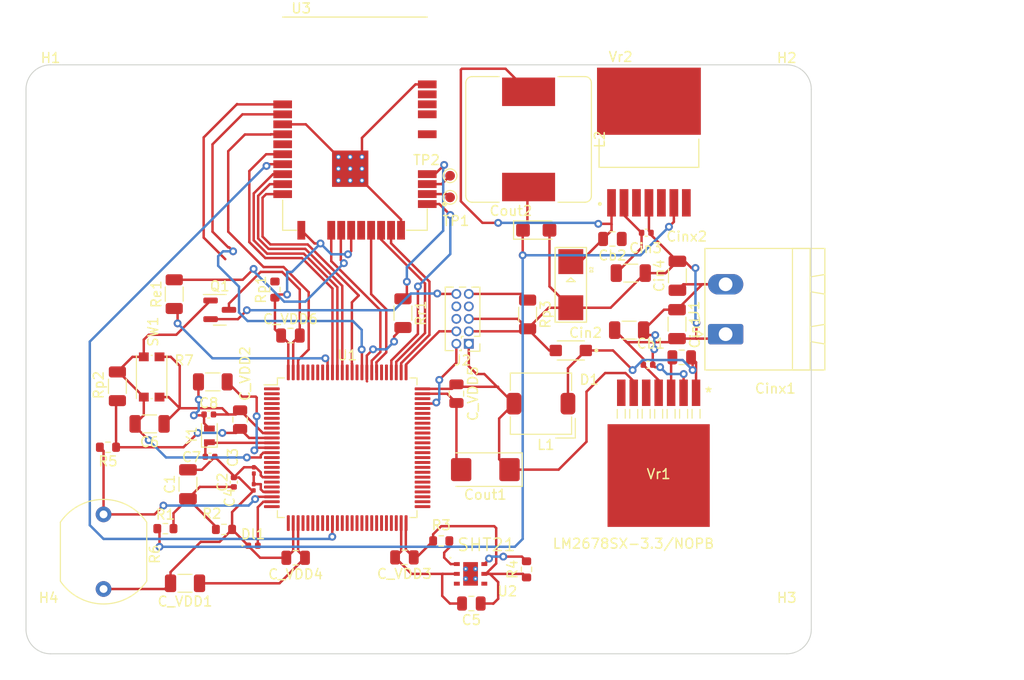
<source format=kicad_pcb>
(kicad_pcb (version 20211014) (generator pcbnew)
  (layers (0 "F.Cu" signal) (1 "In1.Cu" power "PWR") (2 "In2.Cu" power "GND") (31 "B.Cu" signal "In1.Cu") (34 "B.Paste" user) (35 "F.Paste" user) (36 "B.SilkS" user "B.Silkscreen") (37 "F.SilkS" user "F.Silkscreen") (38 "B.Mask" user) (39 "F.Mask" user) (44 "Edge.Cuts" user))
  (net 0 "")
  (net 1 "VREF+")
  (net 2 "GND")
  (net 3 "CVDDs")
  (net 4 "NRST")
  (net 5 "Net-(U1-Pad12)")
  (net 6 "Net-(C8-Pad1)")
  (net 7 "Net-(Cb1-Pad1)")
  (net 8 "Net-(Cb1-Pad2)")
  (net 9 "Net-(Cb2-Pad1)")
  (net 10 "Net-(Cb2-Pad2)")
  (net 11 "+12V")
  (net 12 "+5V")
  (net 13 "Net-(Dl1-Pad2)")
  (net 14 "SWDIO")
  (net 15 "SWDCLK")
  (net 19 "Net-(J2-Pad10)")
  (net 20 "SDA")
  (net 21 "SCL")
  (net 22 "PA0")
  (net 23 "Net-(U1-Pad13)")
  (net 24 "Chip_EN")
  (net 25 "Net-(Re1-Pad2)")
  (net 26 "Net-(Rp1-Pad2)")
  (net 27 "Net-(J2-Pad9)")
  (net 28 "Net-(Rr1-Pad1)")
  (net 29 "Reset_n")
  (net 30 "Net-(TP1-Pad1)")
  (net 31 "Net-(TP2-Pad1)")
  (net 53 "SPI_SSN")
  (net 89 "GPIO_3")
  (net 90 "GPIO_1")
  (net 91 "WAKE")
  (net 92 "UART_TxD")
  (net 93 "UART_RxD")
  (net 94 "IRQN")
  (net 95 "SPI_SCK")
  (net 96 "SPI_MISO")
  (net 97 "SPI_MOSI")
  (net 98 "GPIO_6")
  (net 100 "GPIO_5")
  (net 101 "GPIO_4")
  (net 117 "unconnected-(U1-Pad95)")
  (net 118 "unconnected-(U1-Pad96)")
  (net 121 "VDD")
  (footprint "Inductor_SMD:L_Bourns_SRR1260" (layer "F.Cu") (at 176.2 92.6 -90)
    (fp_text reference "L2")
    (fp_text value "560uH")
  )
  (footprint "Capacitor_SMD:C_0805_2012Metric" (layer "F.Cu") (at 168.85 118.5 -90)
    (fp_text reference "C_VDD5")
    (fp_text value "100nF")
  )
  (footprint "Capacitor_Tantalum_SMD:CP_EIA-6032-28_Kemet-C" (layer "F.Cu") (at 171.7925 126.24 180)
    (fp_text reference "Cout1")
    (fp_text value "100uF")
  )
  (footprint "Capacitor_SMD:C_0402_1005Metric" (layer "F.Cu") (at 188.19 102.11)
    (fp_text reference "Cinx2")
    (fp_text value "100nF")
  )
  (footprint "LED_SMD:LED_0402_1005Metric" (layer "F.Cu") (at 148.13 133.99)
    (fp_text reference "Dl1")
    (fp_text value "LED")
  )
  (footprint "MountingHole:MountingHole_2.2mm_M2" (layer "F.Cu") (at 127.5 87.5)
    (fp_text reference "H1")
    (fp_text value "MountingHole")
  )
  (footprint "Capacitor_SMD:C_1206_3216Metric" (layer "F.Cu") (at 186.61 106.22)
    (fp_text reference "Cin3")
    (fp_text value "4.7uF")
  )
  (footprint "Capacitor_Tantalum_SMD:CP_EIA-3216-18_Kemet-A" (layer "F.Cu") (at 176.98 101.83)
    (fp_text reference "Cout2")
    (fp_text value "6.8uF")
  )
  (footprint "MountingHole:MountingHole_2.2mm_M2" (layer "F.Cu") (at 202.5 87.5)
    (fp_text reference "H2")
    (fp_text value "MountingHole")
  )
  (footprint "Capacitor_SMD:C_1206_3216Metric" (layer "F.Cu") (at 137.59 121.58 180)
    (fp_text reference "C6")
    (fp_text value "0.1uF")
  )
  (footprint "Capacitor_SMD:C_0805_2012Metric" (layer "F.Cu") (at 170.37 139.88 180)
    (fp_text reference "C5")
    (fp_text value "100nF")
  )
  (footprint "Capacitor_SMD:C_0805_2012Metric" (layer "F.Cu") (at 151.94 112.58)
    (fp_text reference "C_VDD6")
    (fp_text value "100nF")
  )
  (footprint "Capacitor_SMD:C_0402_1005Metric" (layer "F.Cu") (at 188.37 115.56 180)
    (fp_text reference "Cinx1")
    (fp_text value "100nF")
  )
  (footprint "Package_TO_SOT_SMD:SOT-23" (layer "F.Cu") (at 144.74 109.96)
    (fp_text reference "Q1")
    (fp_text value "Q_NMOS_DGS")
  )
  (footprint "Package_QFP:LQFP-100_14x14mm_P0.5mm" (layer "F.Cu") (at 157.72 124.01)
    (fp_text reference "U1")
    (fp_text value "STM32L496VETx")
  )
  (footprint "ATWINC1500-MR210UB:MICROCHIP_ATWINC1500-MR210UB" (layer "F.Cu") (at 158.51155 99.185)
    (fp_text reference "U3")
    (fp_text value "ATWINC1500-MR210UB")
  )
  (footprint "Resistor_SMD:R_1206_3216Metric" (layer "F.Cu") (at 134.31 117.75 90)
    (fp_text reference "Rp2")
    (fp_text value "100K")
  )
  (footprint "Capacitor_SMD:C_0402_1005Metric" (layer "F.Cu") (at 143.62 120.62)
    (fp_text reference "C8")
    (fp_text value "2pF")
  )
  (footprint "Resistor_SMD:R_1206_3216Metric" (layer "F.Cu") (at 140.1 108.3625 90)
    (fp_text reference "Re1")
    (fp_text value "100k")
  )
  (footprint "Resistor_SMD:R_0603_1608Metric" (layer "F.Cu") (at 133.35 123.96 180)
    (fp_text reference "R5")
    (fp_text value "4.7k")
  )
  (footprint "Capacitor_SMD:C_0201_0603Metric" (layer "F.Cu") (at 148.2 128.04 90)
    (fp_text reference "C4")
    (fp_text value "10nF")
  )
  (footprint "MountingHole:MountingHole_2.2mm_M2" (layer "F.Cu") (at 127.62 142.5)
    (fp_text reference "H4")
    (fp_text value "MountingHole")
  )
  (footprint "Resistor_SMD:R_0603_1608Metric" (layer "F.Cu") (at 145.17 132.33)
    (fp_text reference "R2")
    (fp_text value "2.8k")
  )
  (footprint "Resistor_SMD:R_1206_3216Metric" (layer "F.Cu") (at 144.03 117.3 180)
    (fp_text reference "R7")
    (fp_text value "10k")
  )
  (footprint "Capacitor_SMD:C_0201_0603Metric" (layer "F.Cu") (at 148.21 126.32 -90)
    (fp_text reference "C3")
    (fp_text value "10nF")
  )
  (footprint "Capacitor_SMD:C_0805_2012Metric" (layer "F.Cu") (at 152.47 135.22 180)
    (fp_text reference "C_VDD4")
    (fp_text value "100nF")
  )
  (footprint "OptoDevice:R_LDR_10x8.5mm_P7.6mm_Vertical" (layer "F.Cu") (at 132.9 130.8 -90)
    (fp_text reference "R6")
    (fp_text value "LDR03")
  )
  (footprint "CMS06:SMADIODE" (layer "F.Cu") (at 180.5 107.4 -90)
    (fp_text reference "D2")
    (fp_text value "CMS06")
  )
  (footprint "Connector_PinHeader_1.27mm:PinHeader_2x05_P1.27mm_Vertical" (layer "F.Cu") (at 170.11 113.42 180)
    (fp_text reference "J2")
    (fp_text value "Conn_ARM_JTAG_SWD_10")
  )
  (footprint "TestPoint:TestPoint_Pad_D1.0mm" (layer "F.Cu") (at 168.2 98.5)
    (fp_text reference "TP1")
    (fp_text value "TestPoint")
  )
  (footprint "Capacitor_SMD:C_1206_3216Metric" (layer "F.Cu") (at 191.32 111.42 -90)
    (fp_text reference "Cin1")
    (fp_text value "10uF")
  )
  (footprint "Resistor_SMD:R_0603_1608Metric" (layer "F.Cu") (at 150.36 107.9 90)
    (fp_text reference "Rp1")
    (fp_text value "1M")
  )
  (footprint "footprints:LM2678SX-3.3&slash_NOPB" (layer "F.Cu") (at 189.45 126.69 180)
    (fp_text reference "Vr1")
    (fp_text value "LM2678SX-3.3/NOPB")
  )
  (footprint "Connector_Phoenix_MSTB:PhoenixContact_MSTBA_2,5_2-G-5,08_1x02_P5.08mm_Horizontal" (layer "F.Cu") (at 196.2725 112.44 90)
    (fp_text reference "J1")
    (fp_text value "Screw_Terminal_01x02")
  )
  (footprint "Capacitor_SMD:C_0402_1005Metric" (layer "F.Cu") (at 143.75 124.93)
    (fp_text reference "C7")
    (fp_text value "2pF")
  )
  (footprint "LM2678SX-5:TO127P1435X464-8N" (layer "F.Cu") (at 188.46 92.87)
    (fp_text reference "Vr2")
    (fp_text value "LM2678SX-5.0/NOPB")
  )
  (footprint "Capacitor_SMD:C_1206_3216Metric" (layer "F.Cu") (at 141.5 127.73 90)
    (fp_text reference "C1")
    (fp_text value "1uF")
  )
  (footprint "MountingHole:MountingHole_2.2mm_M2" (layer "F.Cu") (at 202.5 142.5)
    (fp_text reference "H3")
    (fp_text value "MountingHole")
  )
  (footprint "Capacitor_SMD:C_0805_2012Metric" (layer "F.Cu") (at 146.81 121.14 90)
    (fp_text reference "C_VDD2")
    (fp_text value "100nF")
  )
  (footprint "Resistor_SMD:R_1206_3216Metric" (layer "F.Cu") (at 176.1 110.43 -90)
    (fp_text reference "Rp3")
    (fp_text value "100K")
  )
  (footprint "Resistor_SMD:R_0603_1608Metric" (layer "F.Cu") (at 167.3 133.5)
    (fp_text reference "R3")
    (fp_text value "4.7k")
  )
  (footprint "Capacitor_SMD:C_0402_1005Metric" (layer "F.Cu") (at 146.17 127.52 90)
    (fp_text reference "C2")
    (fp_text value "100nF")
  )
  (footprint "SS14FL:SODFL3617X108N" (layer "F.Cu") (at 180.5 114.1 180)
    (fp_text reference "D1")
    (fp_text value "SS14FL")
  )
  (footprint "Capacitor_SMD:C_0805_2012Metric" (layer "F.Cu") (at 184.74 102.74 180)
    (fp_text reference "Cb2")
    (fp_text value "10nF")
  )
  (footprint "Button_Switch_SMD:SW_Push_1P1T_NO_CK_KMR2" (layer "F.Cu") (at 137.8 116.8 90)
    (fp_text reference "SW1")
    (fp_text value "SW_Push")
  )
  (footprint "Crystal:Crystal_SMD_TXC_9HT11-2Pin_2.0x1.2mm" (layer "F.Cu") (at 143.68 122.75 90)
    (fp_text reference "Y1")
    (fp_text value "8MHz")
  )
  (footprint "Capacitor_SMD:C_1206_3216Metric" (layer "F.Cu") (at 141.2 137.82 180)
    (fp_text reference "C_VDD1")
    (fp_text value "4.7uF")
  )
  (footprint "TestPoint:TestPoint_Pad_D1.0mm" (layer "F.Cu") (at 168.2 96.3)
    (fp_text reference "TP2")
    (fp_text value "TestPoint")
  )
  (footprint "Capacitor_SMD:C_0805_2012Metric" (layer "F.Cu") (at 163.55 135.18 180)
    (fp_text reference "C_VDD3")
    (fp_text value "100nF")
  )
  (footprint "Inductor_SMD:L_TDK_SLF6028" (layer "F.Cu") (at 177.46 119.52 180)
    (fp_text reference "L1")
    (fp_text value "82uH")
  )
  (footprint "Resistor_SMD:R_0603_1608Metric" (layer "F.Cu") (at 175.99 136.4 90)
    (fp_text reference "R4")
    (fp_text value "4.7k")
  )
  (footprint "Resistor_SMD:R_0603_1608Metric" (layer "F.Cu") (at 139.2 132.25)
    (fp_text reference "R1")
    (fp_text value "1.4K")
  )
  (footprint "Resistor_SMD:R_1206_3216Metric" (layer "F.Cu") (at 163.4 110.3 -90)
    (fp_text reference "Rr1")
    (fp_text value "100k")
  )
  (footprint "Capacitor_SMD:C_0805_2012Metric" (layer "F.Cu") (at 191.8 114.8)
    (fp_text reference "Cb1")
    (fp_text value "10nF")
  )
  (footprint "Capacitor_SMD:C_1206_3216Metric" (layer "F.Cu") (at 186.44 112.03 180)
    (fp_text reference "Cin2")
    (fp_text value "10uF")
  )
  (footprint "Capacitor_SMD:C_1206_3216Metric" (layer "F.Cu") (at 191.36 106.49 90)
    (fp_text reference "Cin4")
    (fp_text value "4.7uF")
  )
  (footprint "eec:Sensirion-SHT21-Manufacturer_Recommended" (layer "F.Cu") (at 170.289999 136.86)
    (fp_text reference "U2")
    (fp_text value "SHT21")
  )
  (gr_line (start 202.5 145) (end 127.5 145) (layer "Edge.Cuts") (width 0.1))
  (gr_arc (start 202.5 85) (mid 204.267767 85.732233) (end 205 87.5) (layer "Edge.Cuts") (width 0.1))
  (gr_line (start 125 142.5) (end 125 87.5) (layer "Edge.Cuts") (width 0.1))
  (gr_arc (start 205 142.5) (mid 204.267767 144.267767) (end 202.5 145) (layer "Edge.Cuts") (width 0.1))
  (gr_arc (start 125 87.5) (mid 125.732233 85.732233) (end 127.5 85) (layer "Edge.Cuts") (width 0.1))
  (gr_line (start 205 87.5) (end 205 142.5) (layer "Edge.Cuts") (width 0.1))
  (gr_arc (start 127.5 145) (mid 125.732233 144.267767) (end 125 142.5) (layer "Edge.Cuts") (width 0.1))
  (gr_line (start 127.5 85) (end 202.5 85) (layer "Edge.Cuts") (width 0.1))
  (segment (start 140.025 130.68) (end 141.5 129.205) (width 0.25) (layer "F.Cu") (net 1))
  (segment (start 144.345 132.05) (end 141.5 129.205) (width 0.25) (layer "F.Cu") (net 1))
  (segment (start 141.5 129.205) (end 142.705 128) (width 0.25) (layer "F.Cu") (net 1))
  (segment (start 142.705 128) (end 146.17 128) (width 0.25) (layer "F.Cu") (net 1))
  (segment (start 140.025 132.25) (end 140.025 130.68) (width 0.25) (layer "F.Cu") (net 1))
  (segment (start 144.345 132.33) (end 144.345 132.05) (width 0.25) (layer "F.Cu") (net 1))
  (segment (start 193.3 111.3) (end 193.295 111.305) (width 0.25) (layer "F.Cu") (net 2))
  (segment (start 153.50455 91.063) (end 156.82655 94.385) (width 0.25) (layer "F.Cu") (net 2))
  (segment (start 158.02655 94.385) (end 159.22655 94.385) (width 0.25) (layer "F.Cu") (net 2))
  (segment (start 170.11 112.15) (end 175.8425 112.15) (width 0.25) (layer "F.Cu") (net 2))
  (segment (start 167.4 136.919998) (end 167.459999 136.859999) (width 0.25) (layer "F.Cu") (net 2))
  (segment (start 192.115 105.015) (end 192.3 105.2) (width 0.25) (layer "F.Cu") (net 2))
  (segment (start 145.995 132.33) (end 145.995 130.565) (width 0.25) (layer "F.Cu") (net 2))
  (segment (start 132.9 138.4) (end 139.145 138.4) (width 0.25) (layer "F.Cu") (net 2))
  (segment (start 176.1 111.8925) (end 178.243 109.7495) (width 0.25) (layer "F.Cu") (net 2))
  (segment (start 158.02655 95.585) (end 156.82655 94.385) (width 0.25) (layer "F.Cu") (net 2))
  (segment (start 187.89 114.955) (end 186.1175 113.1825) (width 0.25) (layer "F.Cu") (net 2))
  (segment (start 178.243 109.7495) (end 180.5 109.7495) (width 0.25) (layer "F.Cu") (net 2))
  (segment (start 188.46 101.9) (end 188.46 99.06) (width 0.25) (layer "F.Cu") (net 2))
  (segment (start 189.45 117.127609) (end 189.45 118.4096) (width 0.25) (layer "F.Cu") (net 2))
  (segment (start 147.21 126) (end 148.21 126) (width 0.25) (layer "F.Cu") (net 2))
  (segment (start 144.23 124.93) (end 144.23 124.937609) (width 0.25) (layer "F.Cu") (net 2))
  (segment (start 146.688959 127.04) (end 146.17 127.04) (width 0.25) (layer "F.Cu") (net 2))
  (segment (start 188.67 102.11) (end 188.67 102.325) (width 0.25) (layer "F.Cu") (net 2))
  (segment (start 190.155 106.22) (end 191.36 105.015) (width 0.25) (layer "F.Cu") (net 2))
  (segment (start 159.22655 94.385) (end 158.02655 95.585) (width 0.25) (layer "F.Cu") (net 2))
  (segment (start 152.89 112.58) (end 152.89 107.89) (width 0.25) (layer "F.Cu") (net 2))
  (segment (start 169.33 126.24) (end 168.85 125.76) (width 0.25) (layer "F.Cu") (net 2))
  (segment (start 146.17 127.04) (end 147.21 126) (width 0.25) (layer "F.Cu") (net 2))
  (segment (start 192.3 105.2) (end 192.8 105.7) (width 0.25) (layer "F.Cu") (net 2))
  (segment (start 167.4 139.1) (end 167.4 136.919998) (width 0.25) (layer "F.Cu") (net 2))
  (segment (start 159.22655 92.443) (end 159.22655 94.385) (width 0.25) (layer "F.Cu") (net 2))
  (segment (start 139.145 138.4) (end 139.725 137.82) (width 0.25) (layer "F.Cu") (net 2))
  (segment (start 191.36 105.015) (end 192.115 105.015) (width 0.25) (layer "F.Cu") (net 2))
  (segment (start 152.89 107.89) (end 151.1 106.1) (width 0.25) (layer "F.Cu") (net 2))
  (segment (start 145.995 130.565) (end 148.2 128.36) (width 0.25) (layer "F.Cu") (net 2))
  (segment (start 165.87655 86.993) (end 164.67655 86.993) (width 0.25) (layer "F.Cu") (net 2))
  (segment (start 175.8425 112.15) (end 176.1 111.8925) (width 0.25) (layer "F.Cu") (net 2))
  (segment (start 156.82655 95.585) (end 156.82655 94.385) (width 0.25) (layer "F.Cu") (net 2))
  (segment (start 148.856784 135.22) (end 151.52 135.22) (width 0.25) (layer "F.Cu") (net 2))
  (segment (start 164.279999 136.859999) (end 162.6 135.18) (width 0.25) (layer "F.Cu") (net 2))
  (segment (start 146.38 120.62) (end 146.81 120.19) (width 0.25) (layer "F.Cu") (net 2))
  (segment (start 178.33 101.83) (end 178.33 107.5795) (width 0.25) (layer "F.Cu") (net 2))
  (segment (start 163.22 134.56) (end 163.22 131.685) (width 0.25) (layer "F.Cu") (net 2))
  (segment (start 163.20655 100.765) (end 163.20655 101.855) (width 0.25) (layer "F.Cu") (net 2))
  (segment (start 144.985 119.985) (end 145.62 120.62) (width 0.25) (layer "F.Cu") (net 2))
  (segment (start 151.52 135.22) (end 152.22 134.52) (width 0.25) (layer "F.Cu") (net 2))
  (segment (start 148.401041 126) (end 148.92 126.518959) (width 0.25) (layer "F.Cu") (net 2))
  (segment (start 168.18 139.88) (end 167.4 139.1) (width 0.25) (layer "F.Cu") (net 2))
  (segment (start 152.89 112.58) (end 152.22 113.25) (width 0.25) (layer "F.Cu") (net 2))
  (segment (start 187.89 115.567609) (end 189.45 117.127609) (width 0.25) (layer "F.Cu") (net 2))
  (segment (start 151.1 106.1) (end 148.9 106.1) (width 0.25) (layer "F.Cu") (net 2))
  (segment (start 167.91 118.51) (end 165.395 118.51) (width 0.25) (layer "F.Cu") (net 2))
  (segment (start 148.92 126.518959) (end 148.92 126.82) (width 0.25) (layer "F.Cu") (net 2))
  (segment (start 175.0875 110.88) (end 176.1 111.8925) (width 0.25) (layer "F.Cu") (net 2))
  (segment (start 168.85 125.76) (end 168.85 119.45) (width 0.25) (layer "F.Cu") (net 2))
  (segment (start 138.6 118.85) (end 139.525 118.85) (width 0.25) (layer "F.Cu") (net 2))
  (segment (start 159.22655 95.585) (end 159.22655 96.785) (width 0.25) (layer "F.Cu") (net 2))
  (segment (start 139.75 114.75) (end 140.66 115.66) (width 0.25) (layer "F.Cu") (net 2))
  (segment (start 158.02655 95.585) (end 156.82655 95.585) (width 0.25) (layer "F.Cu") (net 2))
  (segment (start 146.17 126.87) (end 146.17 127.04) (width 0.25) (layer "F.Cu") (net 2))
  (segment (start 187.89 115.56) (end 187.89 114.955) (width 0.25) (layer "F.Cu") (net 2))
  (segment (start 164.67655 86.993) (end 159.22655 92.443) (width 0.25) (layer "F.Cu") (net 2))
  (segment (start 178.97 114.1) (end 178.3075 114.1) (width 0.25) (layer "F.Cu") (net 2))
  (segment (start 145.6775 109.3225) (end 145.6775 109.96) (width 0.25) (layer "F.Cu") (net 2))
  (segment (start 144.1 120.62) (end 146.38 120.62) (width 0.25) (layer "F.Cu") (net 2))
  (segment (start 149.11 127.01) (end 150.045 127.01) (width 0.25) (layer "F.Cu") (net 2))
  (segment (start 148.008959 128.36) (end 146.688959 127.04) (width 0.25) (layer "F.Cu") (net 2))
  (segment (start 190.96 113.255) (end 191.32 112.895) (width 0.25) (layer "F.Cu") (net 2))
  (segment (start 178.33 107.5795) (end 180.5 109.7495) (width 0.25) (layer "F.Cu") (net 2))
  (segment (start 167.459999 136.859999) (end 164.279999 136.859999) (width 0.25) (layer "F.Cu") (net 2))
  (segment (start 188.67 102.11) (end 188.46 101.9) (width 0.25) (layer "F.Cu") (net 2))
  (segment (start 138.6 114.75) (end 139.75 114.75) (width 0.25) (layer "F.Cu") (net 2))
  (segment (start 159.22655 94.385) (end 159.22655 95.585) (width 0.25) (layer "F.Cu") (net 2))
  (segment (start 170.11 110.88) (end 175.0875 110.88) (width 0.25) (layer "F.Cu") (net 2))
  (segment (start 147.645 133.99) (end 147.645 133.98) (width 0.25) (layer "F.Cu") (net 2))
  (segment (start 139.065 121.58) (end 140.66 119.985) (width 0.25) (layer "F.Cu") (net 2))
  (segment (start 146.81 120.19) (end 149.13 122.51) (width 0.25) (layer "F.Cu") (net 2))
  (segment (start 195.8175 112.895) (end 196.2725 112.44) (width 0.25) (layer "F.Cu") (net 2))
  (segment (start 147.645 134.008216) (end 148.856784 135.22) (width 0.25) (layer "F.Cu") (net 2))
  (segment (start 168.85 119.45) (end 167.91 118.51) (width 0.25) (layer "F.Cu") (net 2))
  (segment (start 159.22655 96.785) (end 163.20655 100.765) (width 0.25) (layer "F.Cu") (net 2))
  (segment (start 139.725 136.675) (end 142.8 133.6) (width 0.25) (layer "F.Cu") (net 2))
  (segment (start 148.21 126) (end 148.401041 126) (width 0.25) (layer "F.Cu") (net 2))
  (segment (start 149.13 122.51) (end 150.045 122.51) (width 0.25) (layer "F.Cu") (net 2))
  (segment (start 142.912609 126.255) (end 141.5 126.255) (width 0.25) (layer "F.Cu") (net 2))
  (segment (start 144.23 124.93) (end 144.3045 124.93) (width 0.25) (layer "F.Cu") (net 2))
  (segment (start 144.725 133.6) (end 145.995 132.33) (width 0.25) (layer "F.Cu") (net 2))
  (segment (start 158.02655 96.785) (end 156.82655 96.785) (width 0.25) (layer "F.Cu") (net 2))
  (segment (start 152.22 134.52) (end 152.22 131.685) (width 0.25) (layer "F.Cu") (net 2))
  (segment (start 148.92 126.82) (end 149.11 127.01) (width 0.25) (layer "F.Cu") (net 2))
  (segment (start 142.8 133.6) (end 144.725 133.6) (width 0.25) (layer "F.Cu") (net 2))
  (segment (start 184.5555 109.7495) (end 188.085 106.22) (width 0.25) (layer "F.Cu") (net 2))
  (segment (start 139.525 118.85) (end 140.66 119.985) (width 0.25) (layer "F.Cu") (net 2))
  (segment (start 158.02655 96.785) (end 159.22655 96.785) (width 0.25) (layer "F.Cu") (net 2))
  (segment (start 168.889999 136.859999) (end 167.459999 136.859999) (width 0.25) (layer "F.Cu") (net 2))
  (segment (start 178.3075 114.1) (end 176.1 111.8925) (width 0.25) (layer "F.Cu") (net 2))
  (segment (start 140.66 119.985) (end 144.985 119.985) (width 0.25) (layer "F.Cu") (net 2))
  (segment (start 184.965 112.03) (end 186.1175 113.1825) (width 0.25) (layer "F.Cu") (net 2))
  (segment (start 193.295 112.895) (end 195.8175 112.895) (width 0.25) (layer "F.Cu") (net 2))
  (segment (start 186.1175 113.1825) (end 186.19 113.255) (width 0.25) (layer "F.Cu") (net 2))
  (segment (start 187.89 115.56) (end 187.89 115.567609) (width 0.25) (layer "F.Cu") (net 2))
  (segment (start 148.2 128.36) (end 148.008959 128.36) (width 0.25) (layer "F.Cu") (net 2))
  (segment (start 156.82655 94.385) (end 158.02655 94.385) (width 0.25) (layer "F.Cu") (net 2))
  (segment (start 188.67 102.325) (end 191.36 105.015) (width 0.25) (layer "F.Cu") (net 2))
  (segment (start 192.8 105.7) (end 193.2 105.7) (width 0.25) (layer "F.Cu") (net 2))
  (segment (start 191.32 112.895) (end 193.295 112.895) (width 0.25) (layer "F.Cu") (net 2))
  (segment (start 148.9 106.1) (end 145.6775 109.3225) (width 0.25) (layer "F.Cu") (net 2))
  (segment (start 158.02655 96.785) (end 158.02655 95.585) (width 0.25) (layer "F.Cu") (net 2))
  (segment (start 144.23 124.93) (end 146.17 126.87) (width 0.25) (layer "F.Cu") (net 2))
  (segment (start 147.645 133.99) (end 147.645 134.008216) (width 0.25) (layer "F.Cu") (net 2))
  (segment (start 152.22 113.25) (end 152.22 116.335) (width 0.25) (layer "F.Cu") (net 2))
  (segment (start 139.725 137.82) (end 139.725 136.675) (width 0.25) (layer "F.Cu") (net 2))
  (segment (start 147.645 133.98) (end 145.995 132.33) (width 0.25) (layer "F.Cu") (net 2))
  (segment (start 140.66 115.66) (end 140.66 119.985) (width 0.25) (layer "F.Cu") (net 2))
  (segment (start 193.295 111.305) (end 193.295 112.895) (width 0.25) (layer "F.Cu") (net 2))
  (segment (start 144.23 124.937609) (end 142.912609 126.255) (width 0.25) (layer "F.Cu") (net 2))
  (segment (start 188.085 106.22) (end 190.155 106.22) (width 0.25) (layer "F.Cu") (net 2))
  (segment (start 180.5 109.7495) (end 184.5555 109.7495) (width 0.25) (layer "F.Cu") (net 2))
  (segment (start 169.42 139.88) (end 168.18 139.88) (width 0.25) (layer "F.Cu") (net 2))
  (segment (start 162.6 135.18) (end 163.22 134.56) (width 0.25) (layer "F.Cu") (net 2))
  (segment (start 186.19 113.255) (end 190.96 113.255) (width 0.25) (layer "F.Cu") (net 2))
  (segment (start 151.14655 91.063) (end 153.50455 91.063) (width 0.25) (layer "F.Cu") (net 2))
  (via (at 193.2 105.7) (size 0.8) (drill 0.4) (layers "F.Cu" "B.Cu") (net 2))
  (via (at 193.3 111.3) (size 0.8) (drill 0.4) (layers "F.Cu" "B.Cu") (net 2))
  (segment (start 193.2 105.7) (end 193.2 111.2) (width 0.25) (layer "B.Cu") (net 2))
  (segment (start 193.2 111.2) (end 193.3 111.3) (width 0.25) (layer "B.Cu") (net 2))
  (segment (start 148.2 127.72) (end 148.92 127.72) (width 0.25) (layer "F.Cu") (net 3))
  (segment (start 148.92 128.250685) (end 149.179315 128.51) (width 0.25) (layer "F.Cu") (net 3))
  (segment (start 149.179315 128.51) (end 150.045 128.51) (width 0.25) (layer "F.Cu") (net 3))
  (segment (start 148.2 126.65) (end 148.21 126.64) (width 0.25) (layer "F.Cu") (net 3))
  (segment (start 148.92 127.72) (end 148.92 128.250685) (width 0.25) (layer "F.Cu") (net 3))
  (segment (start 148.2 127.72) (end 148.2 126.65) (width 0.25) (layer "F.Cu") (net 3))
  (segment (start 147.5 125) (end 148.92 125) (width 0.25) (layer "F.Cu") (net 4))
  (segment (start 137 113) (end 137 114.75) (width 0.25) (layer "F.Cu") (net 4))
  (segment (start 137 114.75) (end 135.8475 114.75) (width 0.25) (layer "F.Cu") (net 4))
  (segment (start 135.8475 114.75) (end 134.31 116.2875) (width 0.25) (layer "F.Cu") (net 4))
  (segment (start 149.179315 124.51) (end 150.045 124.51) (width 0.25) (layer "F.Cu") (net 4))
  (segment (start 137 120.695) (end 136.115 121.58) (width 0.25) (layer "F.Cu") (net 4))
  (segment (start 137 118.85) (end 137 120.695) (width 0.25) (layer "F.Cu") (net 4))
  (segment (start 148.92 124.769315) (end 149.179315 124.51) (width 0.25) (layer "F.Cu") (net 4))
  (segment (start 140.3125 112.5) (end 137.5 112.5) (width 0.25) (layer "F.Cu") (net 4))
  (segment (start 137.5 112.5) (end 137 113) (width 0.25) (layer "F.Cu") (net 4))
  (segment (start 143.8025 109.01) (end 140.3125 112.5) (width 0.25) (layer "F.Cu") (net 4))
  (segment (start 136.115 121.58) (end 136.115 121.8505) (width 0.25) (layer "F.Cu") (net 4))
  (segment (start 137 118.85) (end 134.4375 116.2875) (width 0.25) (layer "F.Cu") (net 4))
  (segment (start 134.4375 116.2875) (end 134.31 116.2875) (width 0.25) (layer "F.Cu") (net 4))
  (segment (start 136.115 121.8505) (end 137.5 123.2355) (width 0.25) (layer "F.Cu") (net 4))
  (segment (start 148.92 125) (end 148.92 124.769315) (width 0.25) (layer "F.Cu") (net 4))
  (via (at 137.5 123.2355) (size 0.8) (drill 0.4) (layers "F.Cu" "B.Cu") (net 4))
  (via (at 147.5 125) (size 0.8) (drill 0.4) (layers "F.Cu" "B.Cu") (net 4))
  (segment (start 137.5 123.2355) (end 139.2645 125) (width 0.25) (layer "B.Cu") (net 4))
  (segment (start 139.2645 125) (end 147.5 125) (width 0.25) (layer "B.Cu") (net 4))
  (segment (start 150.045 123.51) (end 143.74 123.51) (width 0.25) (layer "F.Cu") (net 5))
  (segment (start 143.74 123.51) (end 143.68 123.45) (width 0.25) (layer "F.Cu") (net 5))
  (segment (start 143.27 123.86) (end 143.68 123.45) (width 0.25) (layer "F.Cu") (net 5))
  (segment (start 143.27 124.93) (end 143.27 123.86) (width 0.25) (layer "F.Cu") (net 5))
  (segment (start 143.68 122.05) (end 143.14 121.51) (width 0.25) (layer "F.Cu") (net 6))
  (segment (start 142.5675 119.0675) (end 142.6 119.1) (width 0.25) (layer "F.Cu") (net 6))
  (segment (start 142.1 120.7095) (end 143.0505 120.7095) (width 0.25) (layer "F.Cu") (net 6))
  (segment (start 143.14 121.51) (end 143.14 120.62) (width 0.25) (layer "F.Cu") (net 6))
  (segment (start 143.0505 120.7095) (end 143.14 120.62) (width 0.25) (layer "F.Cu") (net 6))
  (segment (start 142.5675 117.3) (end 142.5675 119.0675) (width 0.25) (layer "F.Cu") (net 6))
  (via (at 142.6 119.1) (size 0.8) (drill 0.4) (layers "F.Cu" "B.Cu") (net 6))
  (via (at 142.1 120.7095) (size 0.8) (drill 0.4) (layers "F.Cu" "B.Cu") (net 6))
  (segment (start 142.6 120.2095) (end 142.1 120.7095) (width 0.25) (layer "B.Cu") (net 6))
  (segment (start 142.6 119.1) (end 142.6 120.2095) (width 0.25) (layer "B.Cu") (net 6))
  (segment (start 190.72 118.4096) (end 190.72 114.93) (width 0.25) (layer "F.Cu") (net 7))
  (segment (start 190.72 114.93) (end 190.85 114.8) (width 0.25) (layer "F.Cu") (net 7))
  (segment (start 184.8 114.1) (end 186.8 116.1) (width 0.25) (layer "F.Cu") (net 8))
  (segment (start 192.915292 116.098447) (end 192.915292 114.965292) (width 0.25) (layer "F.Cu") (net 8))
  (segment (start 193.26 118.4096) (end 193.26 115.31) (width 0.25) (layer "F.Cu") (net 8))
  (segment (start 182.03 114.1) (end 184.8 114.1) (width 0.25) (layer "F.Cu") (net 8))
  (segment (start 182.03 114.1) (end 182.06 114.07) (width 0.25) (layer "F.Cu") (net 8))
  (segment (start 193.26 115.31) (end 192.75 114.8) (width 0.25) (layer "F.Cu") (net 8))
  (segment (start 180.21 115.92) (end 182.03 114.1) (width 0.25) (layer "F.Cu") (net 8))
  (segment (start 192.915292 114.965292) (end 192.75 114.8) (width 0.25) (layer "F.Cu") (net 8))
  (segment (start 180.21 119.52) (end 180.21 115.92) (width 0.25) (layer "F.Cu") (net 8))
  (via (at 192.915292 116.098447) (size 0.8) (drill 0.4) (layers "F.Cu" "B.Cu") (net 8))
  (via (at 186.8 116.1) (size 0.8) (drill 0.4) (layers "F.Cu" "B.Cu") (net 8))
  (segment (start 186.8 116.1) (end 187.825 115.075) (width 0.25) (layer "B.Cu") (net 8))
  (segment (start 191.891845 115.075) (end 192.915292 116.098447) (width 0.25) (layer "B.Cu") (net 8))
  (segment (start 187.825 115.075) (end 191.891845 115.075) (width 0.25) (layer "B.Cu") (net 8))
  (segment (start 181.4795 105.0505) (end 183.79 102.74) (width 0.25) (layer "F.Cu") (net 10))
  (segment (start 183.3 101.2) (end 184.6 101.2) (width 0.25) (layer "F.Cu") (net 10))
  (segment (start 184.65 101.88) (end 184.65 101.25) (width 0.25) (layer "F.Cu") (net 10))
  (segment (start 176.2 87.75) (end 173.85 85.4) (width 0.25) (layer "F.Cu") (net 10))
  (segment (start 180.5 105.0505) (end 181.4795 105.0505) (width 0.25) (layer "F.Cu") (net 10))
  (segment (start 169.3 98.9) (end 171.5 101.1) (width 0.25) (layer "F.Cu") (net 10))
  (segment (start 171.5 101.1) (end 173.1 101.1) (width 0.25) (layer "F.Cu") (net 10))
  (segment (start 183.79 102.74) (end 184.65 101.88) (width 0.25) (layer "F.Cu") (net 10))
  (segment (start 169.4 85.4) (end 169.3 85.5) (width 0.25) (layer "F.Cu") (net 10))
  (segment (start 173.85 85.4) (end 169.4 85.4) (width 0.25) (layer "F.Cu") (net 10))
  (segment (start 184.65 101.25) (end 184.65 99.06) (width 0.25) (layer "F.Cu") (net 10))
  (segment (start 169.3 85.5) (end 169.3 98.9) (width 0.25) (layer "F.Cu") (net 10))
  (segment (start 184.6 101.2) (end 184.65 101.25) (width 0.25) (layer "F.Cu") (net 10))
  (via (at 183.3 101.2) (size 0.8) (drill 0.4) (layers "F.Cu" "B.Cu") (net 10))
  (via (at 173.1 101.1) (size 0.8) (drill 0.4) (layers "F.Cu" "B.Cu") (net 10))
  (segment (start 173.1 101.1) (end 183.2 101.1) (width 0.25) (layer "B.Cu") (net 10))
  (segment (start 183.2 101.1) (end 183.3 101.2) (width 0.25) (layer "B.Cu") (net 10))
  (segment (start 191.965 107.36) (end 196.2725 107.36) (width 0.25) (layer "F.Cu") (net 11))
  (segment (start 193.905 107.36) (end 196.2725 107.36) (width 0.25) (layer "F.Cu") (net 11))
  (segment (start 187.71 103.645) (end 187.71 102.11) (width 0.25) (layer "F.Cu") (net 11))
  (segment (start 191.99 118.4096) (end 191.99 116.51) (width 0.25) (layer "F.Cu") (net 11))
  (segment (start 188.4155 112.5305) (end 187.915 112.03) (width 0.25) (layer "F.Cu") (net 11))
  (segment (start 191.32 109.945) (end 193.905 107.36) (width 0.25) (layer "F.Cu") (net 11))
  (segment (start 191.99 116.51) (end 192 116.5) (width 0.25) (layer "F.Cu") (net 11))
  (segment (start 189.09 115.8) (end 188.85 115.56) (width 0.25) (layer "F.Cu") (net 11))
  (segment (start 187.915 112.03) (end 190 109.945) (width 0.25) (layer "F.Cu") (net 11))
  (segment (start 188.85 115.56) (end 188.85 114.1295) (width 0.25) (layer "F.Cu") (net 11))
  (segment (start 189.6 115.8) (end 189.09 115.8) (width 0.25) (layer "F.Cu") (net 11))
  (segment (start 190 109.945) (end 191.32 109.945) (width 0.25) (layer "F.Cu") (net 11))
  (segment (start 188.85 114.1295) (end 189 113.9795) (width 0.25) (layer "F.Cu") (net 11))
  (segment (start 185.92 100.32) (end 185.92 99.06) (width 0.25) (layer "F.Cu") (net 11))
  (segment (start 187.71 102.11) (end 185.92 100.32) (width 0.25) (layer "F.Cu") (net 11))
  (segment (start 191.36 107.965) (end 191.965 107.36) (width 0.25) (layer "F.Cu") (net 11))
  (segment (start 185.135 106.22) (end 187.71 103.645) (width 0.25) (layer "F.Cu") (net 11))
  (segment (start 189.1 112.5305) (end 188.4155 112.5305) (width 0.25) (layer "F.Cu") (net 11))
  (via (at 192 116.5) (size 0.8) (drill 0.4) (layers "F.Cu" "B.Cu") (net 11))
  (via (at 189.1 112.5305) (size 0.8) (drill 0.4) (layers "F.Cu" "B.Cu") (net 11))
  (via (at 189 113.9795) (size 0.8) (drill 0.4) (layers "F.Cu" "B.Cu") (net 11))
  (via (at 189.6 115.8) (size 0.8) (drill 0.4) (layers "F.Cu" "B.Cu") (net 11))
  (segment (start 190.3 116.5) (end 189.6 115.8) (width 0.25) (layer "B.Cu") (net 11))
  (segment (start 189 112.6305) (end 189.1 112.5305) (width 0.25) (layer "B.Cu") (net 11))
  (segment (start 189 113.9795) (end 189 112.6305) (width 0.25) (layer "B.Cu") (net 11))
  (segment (start 192 116.5) (end 190.3 116.5) (width 0.25) (layer "B.Cu") (net 11))
  (segment (start 176.08 101.38) (end 176.08 96.46) (width 0.25) (layer "F.Cu") (net 12))
  (segment (start 191 101) (end 190.5 101.5) (width 0.25) (layer "F.Cu") (net 12))
  (segment (start 175.6 104.4) (end 175.6 101.86) (width 0.25) (layer "F.Cu") (net 12))
  (segment (start 175.6 101.86) (end 175.63 101.83) (width 0.25) (layer "F.Cu") (net 12))
  (segment (start 138.6 132.475) (end 138.375 132.25) (width 0.25) (layer "F.Cu") (net 12))
  (segment (start 138.6 134.1) (end 138.6 132.475) (width 0.25) (layer "F.Cu") (net 12))
  (segment (start 191 99.06) (end 191 101) (width 0.25) (layer "F.Cu") (net 12))
  (segment (start 175.63 101.83) (end 176.08 101.38) (width 0.25) (layer "F.Cu") (net 12))
  (via (at 138.6 134.1) (size 0.8) (drill 0.4) (layers "F.Cu" "B.Cu") (net 12))
  (via (at 175.6 104.4) (size 0.8) (drill 0.4) (layers "F.Cu" "B.Cu") (net 12))
  (via (at 190.5 101.5) (size 0.8) (drill 0.4) (layers "F.Cu" "B.Cu") (net 12))
  (segment (start 187.6 104.4) (end 175.6 104.4) (width 0.25) (layer "B.Cu") (net 12))
  (segment (start 138.6 134.1) (end 174.8 134.1) (width 0.25) (layer "B.Cu") (net 12))
  (segment (start 190.5 101.5) (end 187.6 104.4) (width 0.25) (layer "B.Cu") (net 12))
  (segment (start 174.8 134.1) (end 175.6 133.3) (width 0.25) (layer "B.Cu") (net 12))
  (segment (start 175.6 133.3) (end 175.6 104.4) (width 0.25) (layer "B.Cu") (net 12))
  (segment (start 148.615 130.074315) (end 149.179315 129.51) (width 0.25) (layer "F.Cu") (net 13))
  (segment (start 149.179315 129.51) (end 150.045 129.51) (width 0.25) (layer "F.Cu") (net 13))
  (segment (start 148.615 133.99) (end 148.615 130.074315) (width 0.25) (layer "F.Cu") (net 13))
  (segment (start 166.69 119.51) (end 165.395 119.51) (width 0.25) (layer "F.Cu") (net 14))
  (segment (start 168.84 115.36) (end 167.1 117.1) (width 0.25) (layer "F.Cu") (net 14))
  (segment (start 168.84 113.42) (end 168.84 115.36) (width 0.25) (layer "F.Cu") (net 14))
  (segment (start 166.8 119.4) (end 166.69 119.51) (width 0.25) (layer "F.Cu") (net 14))
  (via (at 166.8 119.4) (size 0.8) (drill 0.4) (layers "F.Cu" "B.Cu") (net 14))
  (via (at 167.1 117.1) (size 0.8) (drill 0.4) (layers "F.Cu" "B.Cu") (net 14))
  (segment (start 167.1 119.1) (end 166.8 119.4) (width 0.25) (layer "B.Cu") (net 14))
  (segment (start 167.1 117.1) (end 167.1 119.1) (width 0.25) (layer "B.Cu") (net 14))
  (segment (start 163.72 116.335) (end 163.72 115.53) (width 0.25) (layer "F.Cu") (net 15))
  (segment (start 163.72 115.53) (end 167.1 112.15) (width 0.25) (layer "F.Cu") (net 15))
  (segment (start 167.1 112.15) (end 168.84 112.15) (width 0.25) (layer "F.Cu") (net 15))
  (segment (start 166.94 108.34) (end 168.84 108.34) (width 0.25) (layer "F.Cu") (net 19))
  (segment (start 146.59 110.91) (end 147.5 110) (width 0.25) (layer "F.Cu") (net 19))
  (segment (start 143.8025 110.91) (end 146.59 110.91) (width 0.25) (layer "F.Cu") (net 19))
  (segment (start 166.9 108.3) (end 166.94 108.34) (width 0.25) (layer "F.Cu") (net 19))
  (via (at 166.9 108.3) (size 0.8) (drill 0.4) (layers "F.Cu" "B.Cu") (net 19))
  (via (at 147.5 110) (size 0.8) (drill 0.4) (layers "F.Cu" "B.Cu") (net 19))
  (segment (start 166.9 108.3) (end 164.2 108.3) (width 0.25) (layer "B.Cu") (net 19))
  (segment (start 162.5 110) (end 147.5 110) (width 0.25) (layer "B.Cu") (net 19))
  (segment (start 164.2 108.3) (end 162.5 110) (width 0.25) (layer "B.Cu") (net 19))
  (segment (start 168.125 133.5) (end 168.125 134.175) (width 0.25) (layer "F.Cu") (net 20))
  (segment (start 168.125 134.175) (end 167.6 134.7) (width 0.25) (layer "F.Cu") (net 20))
  (segment (start 167.6 135.2) (end 168.259999 135.859999) (width 0.25) (layer "F.Cu") (net 20))
  (segment (start 167.6 134.7) (end 167.6 135.2) (width 0.25) (layer "F.Cu") (net 20))
  (segment (start 168.259999 135.859999) (end 168.889999 135.859999) (width 0.25) (layer "F.Cu") (net 20))
  (segment (start 172.1755 135.374498) (end 171.689999 135.859999) (width 0.25) (layer "F.Cu") (net 21))
  (segment (start 172.1755 135.3) (end 172.1755 135.374498) (width 0.25) (layer "F.Cu") (net 21))
  (segment (start 175.99 135.575) (end 175.515 135.1) (width 0.25) (layer "F.Cu") (net 21))
  (segment (start 175.515 135.1) (end 173.6245 135.1) (width 0.25) (layer "F.Cu") (net 21))
  (via (at 173.6245 135.1) (size 0.8) (drill 0.4) (layers "F.Cu" "B.Cu") (net 21))
  (via (at 172.1755 135.3) (size 0.8) (drill 0.4) (layers "F.Cu" "B.Cu") (net 21))
  (segment (start 172.3755 135.1) (end 172.1755 135.3) (width 0.25) (layer "B.Cu") (net 21))
  (segment (start 173.6245 135.1) (end 172.3755 135.1) (width 0.25) (layer "B.Cu") (net 21))
  (segment (start 132.9 124.335) (end 132.9 130.8) (width 0.25) (layer "F.Cu") (net 22))
  (segment (start 148.574598 129.01) (end 150.045 129.01) (width 0.25) (layer "F.Cu") (net 22))
  (segment (start 138.1 130.8) (end 139 129.9) (width 0.25) (layer "F.Cu") (net 22))
  (segment (start 132.525 123.96) (end 132.9 124.335) (width 0.25) (layer "F.Cu") (net 22))
  (segment (start 132.9 130.8) (end 138.1 130.8) (width 0.25) (layer "F.Cu") (net 22))
  (segment (start 148.342299 129.242299) (end 148.574598 129.01) (width 0.25) (layer "F.Cu") (net 22))
  (via (at 139 129.9) (size 0.8) (drill 0.4) (layers "F.Cu" "B.Cu") (net 22))
  (via (at 148.342299 129.242299) (size 0.8) (drill 0.4) (layers "F.Cu" "B.Cu") (net 22))
  (segment (start 139 129.9) (end 147.684598 129.9) (width 0.25) (layer "B.Cu") (net 22))
  (segment (start 147.684598 129.9) (end 148.342299 129.242299) (width 0.25) (layer "B.Cu") (net 22))
  (segment (start 148.260667 124.2755) (end 148.526167 124.01) (width 0.25) (layer "F.Cu") (net 23))
  (segment (start 148.4 118.8) (end 148.5 118.9) (width 0.25) (layer "F.Cu") (net 23))
  (segment (start 148.526167 124.01) (end 150.045 124.01) (width 0.25) (layer "F.Cu") (net 23))
  (segment (start 145.4925 117.3) (end 146.9925 118.8) (width 0.25) (layer "F.Cu") (net 23))
  (segment (start 146.9925 118.8) (end 148.4 118.8) (width 0.25) (layer "F.Cu") (net 23))
  (segment (start 148.5 118.9) (end 148.5 120.8) (width 0.25) (layer "F.Cu") (net 23))
  (via (at 148.5 120.8) (size 0.8) (drill 0.4) (layers "F.Cu" "B.Cu") (net 23))
  (via (at 148.260667 124.2755) (size 0.8) (drill 0.4) (layers "F.Cu" "B.Cu") (net 23))
  (segment (start 148.5 120.8) (end 148.5 124.036167) (width 0.25) (layer "B.Cu") (net 23))
  (segment (start 148.5 124.036167) (end 148.260667 124.2755) (width 0.25) (layer "B.Cu") (net 23))
  (segment (start 140.44395 110.16895) (end 140.1 109.825) (width 0.25) (layer "F.Cu") (net 24))
  (segment (start 155.72 115.1245) (end 155.4955 114.9) (width 0.25) (layer "F.Cu") (net 24))
  (segment (start 155.72 116.335) (end 155.72 115.1245) (width 0.25) (layer "F.Cu") (net 24))
  (segment (start 140.44395 111.34395) (end 140.44395 110.16895) (width 0.25) (layer "F.Cu") (net 24))
  (via (at 155.4955 114.9) (size 0.8) (drill 0.4) (layers "F.Cu" "B.Cu") (net 24))
  (via (at 140.44395 111.34395) (size 0.8) (drill 0.4) (layers "F.Cu" "B.Cu") (net 24))
  (segment (start 155.4955 114.9) (end 144 114.9) (width 0.25) (layer "B.Cu") (net 24))
  (segment (start 144 114.9) (end 140.44395 111.34395) (width 0.25) (layer "B.Cu") (net 24))
  (segment (start 147.075402 106.9) (end 148.187701 105.787701) (width 0.25) (layer "F.Cu") (net 25))
  (segment (start 157.075 104.901106) (end 157.075 101.89055) (width 0.25) (layer "F.Cu") (net 25))
  (segment (start 157.381617 105.207723) (end 157.075 104.901106) (width 0.25) (layer "F.Cu") (net 25))
  (segment (start 157.075 101.89055) (end 157.11055 101.855) (width 0.25) (layer "F.Cu") (net 25))
  (segment (start 140.1 106.9) (end 147.075402 106.9) (width 0.25) (layer "F.Cu") (net 25))
  (via (at 148.187701 105.787701) (size 0.8) (drill 0.4) (layers "F.Cu" "B.Cu") (net 25))
  (via (at 157.381617 105.207723) (size 0.8) (drill 0.4) (layers "F.Cu" "B.Cu") (net 25))
  (segment (start 151.299695 109.125) (end 153.46434 109.125) (width 0.25) (layer "B.Cu") (net 25))
  (segment (start 153.46434 109.125) (end 157.381617 105.207723) (width 0.25) (layer "B.Cu") (net 25))
  (segment (start 148.187701 105.787701) (end 148.187701 106.013006) (width 0.25) (layer "B.Cu") (net 25))
  (segment (start 148.187701 106.013006) (end 151.299695 109.125) (width 0.25) (layer "B.Cu") (net 25))
  (segment (start 146.531 89.031) (end 151.14655 89.031) (width 0.25) (layer "F.Cu") (net 26))
  (segment (start 143.1 92.4) (end 146.5 89) (width 0.25) (layer "F.Cu") (net 26))
  (segment (start 146.5 89) (end 146.531 89.031) (width 0.25) (layer "F.Cu") (net 26))
  (segment (start 145.3 104.8) (end 143.1 102.6) (width 0.25) (layer "F.Cu") (net 26))
  (segment (start 143.1 102.6) (end 143.1 92.4) (width 0.25) (layer "F.Cu") (net 26))
  (segment (start 175.4725 108.34) (end 170.11 108.34) (width 0.25) (layer "F.Cu") (net 27))
  (segment (start 176.1 108.9675) (end 175.4725 108.34) (width 0.25) (layer "F.Cu") (net 27))
  (segment (start 167.6 95.2) (end 166.663 96.137) (width 0.25) (layer "F.Cu") (net 28))
  (segment (start 163.8 107.1) (end 163.8 108.4375) (width 0.25) (layer "F.Cu") (net 28))
  (segment (start 166.663 96.137) (end 165.87655 96.137) (width 0.25) (layer "F.Cu") (net 28))
  (segment (start 163.8 108.4375) (end 163.4 108.8375) (width 0.25) (layer "F.Cu") (net 28))
  (via (at 167.6 95.2) (size 0.8) (drill 0.4) (layers "F.Cu" "B.Cu") (net 28))
  (via (at 163.8 107.1) (size 0.8) (drill 0.4) (layers "F.Cu" "B.Cu") (net 28))
  (segment (start 167.5 95.3) (end 167.5 101.9) (width 0.25) (layer "B.Cu") (net 28))
  (segment (start 167.6 95.2) (end 167.5 95.3) (width 0.25) (layer "B.Cu") (net 28))
  (segment (start 167.5 101.9) (end 163.8 105.6) (width 0.25) (layer "B.Cu") (net 28))
  (segment (start 163.8 105.6) (end 163.8 107.1) (width 0.25) (layer "B.Cu") (net 28))
  (segment (start 162.5 113.2) (end 162.5 112.6625) (width 0.25) (layer "F.Cu") (net 29))
  (segment (start 159.72 116.335) (end 159.72 114.619006) (width 0.25) (layer "F.Cu") (net 29))
  (segment (start 159.745 117.245) (end 159.72 117.22) (width 0.25) (layer "F.Cu") (net 29))
  (segment (start 162.5 112.6625) (end 163.4 111.7625) (width 0.25) (layer "F.Cu") (net 29))
  (segment (start 159.72 114.619006) (end 160.357253 113.981753) (width 0.25) (layer "F.Cu") (net 29))
  (via (at 162.5 113.2) (size 0.8) (drill 0.4) (layers "F.Cu" "B.Cu") (net 29))
  (via (at 160.357253 113.981753) (size 0.8) (drill 0.4) (layers "F.Cu" "B.Cu") (net 29))
  (segment (start 161.718247 113.981753) (end 162.5 113.2) (width 0.25) (layer "B.Cu") (net 29))
  (segment (start 160.357253 113.981753) (end 161.718247 113.981753) (width 0.25) (layer "B.Cu") (net 29))
  (segment (start 167.869 98.169) (end 165.87655 98.169) (width 0.25) (layer "F.Cu") (net 30))
  (segment (start 168.2 98.5) (end 167.869 98.169) (width 0.25) (layer "F.Cu") (net 30))
  (segment (start 168.2 96.3) (end 167.347 97.153) (width 0.25) (layer "F.Cu") (net 31))
  (segment (start 167.347 97.153) (end 165.87655 97.153) (width 0.25) (layer "F.Cu") (net 31))
  (segment (start 156.2 131.705) (end 156.22 131.685) (width 0.25) (layer "F.Cu") (net 53))
  (segment (start 149.673 95.127) (end 151.14655 95.127) (width 0.25) (layer "F.Cu") (net 53))
  (segment (start 156.2 133.0755) (end 156.2 131.705) (width 0.25) (layer "F.Cu") (net 53))
  (segment (start 149.5 95.3) (end 149.673 95.127) (width 0.25) (layer "F.Cu") (net 53))
  (via (at 149.5 95.3) (size 0.8) (drill 0.4) (layers "F.Cu" "B.Cu") (net 53))
  (via (at 156.2 133.0755) (size 0.8) (drill 0.4) (layers "F.Cu" "B.Cu") (net 53))
  (segment (start 155.9755 133.3) (end 156.2 133.0755) (width 0.25) (layer "B.Cu") (net 53))
  (segment (start 149.4 95.3) (end 131.5 113.2) (width 0.25) (layer "B.Cu") (net 53))
  (segment (start 149.5 95.3) (end 149.4 95.3) (width 0.25) (layer "B.Cu") (net 53))
  (segment (start 132.9 133.3) (end 155.9755 133.3) (width 0.25) (layer "B.Cu") (net 53))
  (segment (start 131.5 131.9) (end 132.9 133.3) (width 0.25) (layer "B.Cu") (net 53))
  (segment (start 131.5 113.2) (end 131.5 131.9) (width 0.25) (layer "B.Cu") (net 53))
  (segment (start 161.7 114.3) (end 160.7 115.3) (width 0.25) (layer "F.Cu") (net 89))
  (segment (start 160.7 116.315) (end 160.72 116.335) (width 0.25) (layer "F.Cu") (net 89))
  (segment (start 160.15855 108.35855) (end 161.7 109.9) (width 0.25) (layer "F.Cu") (net 89))
  (segment (start 161.7 109.9) (end 161.7 114.3) (width 0.25) (layer "F.Cu") (net 89))
  (segment (start 160.15855 101.855) (end 160.15855 108.35855) (width 0.25) (layer "F.Cu") (net 89))
  (segment (start 160.7 115.3) (end 160.7 116.315) (width 0.25) (layer "F.Cu") (net 89))
  (segment (start 161.1 114.263604) (end 160.22 115.143604) (width 0.25) (layer "F.Cu") (net 90))
  (segment (start 160.22 115.143604) (end 160.22 116.335) (width 0.25) (layer "F.Cu") (net 90))
  (segment (start 161.1 110) (end 161.1 114.263604) (width 0.25) (layer "F.Cu") (net 90))
  (segment (start 156.09455 104.99455) (end 161.1 110) (width 0.25) (layer "F.Cu") (net 90))
  (segment (start 156.09455 101.855) (end 156.09455 104.99455) (width 0.25) (layer "F.Cu") (net 90))
  (segment (start 151.14655 90.047) (end 147.053 90.047) (width 0.25) (layer "F.Cu") (net 91))
  (segment (start 159.22 114.02) (end 159.22 116.335) (width 0.25) (layer "F.Cu") (net 91))
  (segment (start 147.053 90.047) (end 144 93.1) (width 0.25) (layer "F.Cu") (net 91))
  (segment (start 144 102) (end 145.6 103.6) (width 0.25) (layer "F.Cu") (net 91))
  (segment (start 146.1 104) (end 145.7 103.6) (width 0.25) (layer "F.Cu") (net 91))
  (segment (start 144 93.1) (end 144 102) (width 0.25) (layer "F.Cu") (net 91))
  (segment (start 145.7 103.6) (end 145.6 103.6) (width 0.25) (layer "F.Cu") (net 91))
  (segment (start 159.2 114) (end 159.22 114.02) (width 0.25) (layer "F.Cu") (net 91))
  (via (at 159.2 114) (size 0.8) (drill 0.4) (layers "F.Cu" "B.Cu") (net 91))
  (via (at 146.1 104) (size 0.8) (drill 0.4) (layers "F.Cu" "B.Cu") (net 91))
  (segment (start 159.2 112) (end 158.3 111.1) (width 0.25) (layer "B.Cu") (net 91))
  (segment (start 145.074695 104) (end 146.1 104) (width 0.25) (layer "B.Cu") (net 91))
  (segment (start 159.2 114) (end 159.2 112) (width 0.25) (layer "B.Cu") (net 91))
  (segment (start 144.575 104.499695) (end 145.074695 104) (width 0.25) (layer "B.Cu") (net 91))
  (segment (start 147.574695 111.1) (end 146.7 110.225305) (width 0.25) (layer "B.Cu") (net 91))
  (segment (start 146.7 110.225305) (end 146.7 107.6) (width 0.25) (layer "B.Cu") (net 91))
  (segment (start 158.3 111.1) (end 147.574695 111.1) (width 0.25) (layer "B.Cu") (net 91))
  (segment (start 144.575 105.475) (end 144.575 104.499695) (width 0.25) (layer "B.Cu") (net 91))
  (segment (start 146.7 107.6) (end 144.575 105.475) (width 0.25) (layer "B.Cu") (net 91))
  (segment (start 158.2 115.449315) (end 158.22 115.469315) (width 0.25) (layer "F.Cu") (net 93))
  (segment (start 149.1 102.5) (end 149.9 103.3) (width 0.25) (layer "F.Cu") (net 93))
  (segment (start 158.2 109.2) (end 158.2 115.449315) (width 0.25) (layer "F.Cu") (net 93))
  (segment (start 149.461396 98.175) (end 149.1 98.536396) (width 0.25) (layer "F.Cu") (net 93))
  (segment (start 153.7 103.3) (end 158.9 108.5) (width 0.25) (layer "F.Cu") (net 93))
  (segment (start 158.9 108.5) (end 158.2 109.2) (width 0.25) (layer "F.Cu") (net 93))
  (segment (start 149.9 103.3) (end 153.7 103.3) (width 0.25) (layer "F.Cu") (net 93))
  (segment (start 151.14655 98.175) (end 149.461396 98.175) (width 0.25) (layer "F.Cu") (net 93))
  (segment (start 149.1 98.536396) (end 149.1 102.5) (width 0.25) (layer "F.Cu") (net 93))
  (segment (start 158.22 115.469315) (end 158.22 116.335) (width 0.25) (layer "F.Cu") (net 93))
  (segment (start 151.14655 92.079) (end 149.94655 92.079) (width 0.25) (layer "F.Cu") (net 94))
  (segment (start 151.236396 105.6) (end 149.2 105.6) (width 0.25) (layer "F.Cu") (net 94))
  (segment (start 153.8 108.163604) (end 151.236396 105.6) (width 0.25) (layer "F.Cu") (net 94))
  (segment (start 149.2 105.6) (end 145.6 102) (width 0.25) (layer "F.Cu") (net 94))
  (segment (start 145.6 102) (end 145.6 101.6) (width 0.25) (layer "F.Cu") (net 94))
  (segment (start 153.8 114) (end 153.8 108.163604) (width 0.25) (layer "F.Cu") (net 94))
  (segment (start 147.3 92.1) (end 145.6 93.8) (width 0.25) (layer "F.Cu") (net 94))
  (segment (start 149.94655 92.079) (end 149.92555 92.1) (width 0.25) (layer "F.Cu") (net 94))
  (segment (start 149.92555 92.1) (end 147.3 92.1) (width 0.25) (layer "F.Cu") (net 94))
  (segment (start 145.6 93.8) (end 145.6 101.6) (width 0.25) (layer "F.Cu") (net 94))
  (segment (start 152.72 115.08) (end 153.8 114) (width 0.25) (layer "F.Cu") (net 94))
  (segment (start 152.72 116.335) (end 152.72 115.08) (width 0.25) (layer "F.Cu") (net 94))
  (segment (start 157.22 116.335) (end 157.22 107.52) (width 0.25) (layer "F.Cu") (net 95))
  (segment (start 148.65 102.686396) (end 148.65 98.35) (width 0.25) (layer "F.Cu") (net 95))
  (segment (start 153.45 103.75) (end 149.713604 103.75) (width 0.25) (layer "F.Cu") (net 95))
  (segment (start 148.65 98.35) (end 149.841 97.159) (width 0.25) (layer "F.Cu") (net 95))
  (segment (start 157.22 107.52) (end 153.45 103.75) (width 0.25) (layer "F.Cu") (net 95))
  (segment (start 149.713604 103.75) (end 148.65 102.686396) (width 0.25) (layer "F.Cu") (net 95))
  (segment (start 149.841 97.159) (end 151.14655 97.159) (width 0.25) (layer "F.Cu") (net 95))
  (segment (start 149.563604 104.236396) (end 153.3 104.236396) (width 0.25) (layer "F.Cu") (net 96))
  (segment (start 148.2 98.10555) (end 148.2 102.872792) (width 0.25) (layer "F.Cu") (net 96))
  (segment (start 150.16255 96.143) (end 148.2 98.10555) (width 0.25) (layer "F.Cu") (net 96))
  (segment (start 156.72 107.656396) (end 156.72 116.335) (width 0.25) (layer "F.Cu") (net 96))
  (segment (start 151.14655 96.143) (end 150.16255 96.143) (width 0.25) (layer "F.Cu") (net 96))
  (segment (start 153.3 104.236396) (end 156.72 107.656396) (width 0.25) (layer "F.Cu") (net 96))
  (segment (start 148.2 102.872792) (end 149.563604 104.236396) (width 0.25) (layer "F.Cu") (net 96))
  (segment (start 147.75 95.824695) (end 149.463695 94.111) (width 0.25) (layer "F.Cu") (net 97))
  (segment (start 149.377208 104.686396) (end 147.75 103.059188) (width 0.25) (layer "F.Cu") (net 97))
  (segment (start 151.14655 94.111) (end 149.463695 94.111) (width 0.25) (layer "F.Cu") (net 97))
  (segment (start 156.22 107.792792) (end 153.113604 104.686396) (width 0.25) (layer "F.Cu") (net 97))
  (segment (start 156.22 116.335) (end 156.22 107.792792) (width 0.25) (layer "F.Cu") (net 97))
  (segment (start 147.75 103.059188) (end 147.75 95.824695) (width 0.25) (layer "F.Cu") (net 97))
  (segment (start 153.113604 104.686396) (end 149.377208 104.686396) (width 0.25) (layer "F.Cu") (net 97))
  (segment (start 168.2245 100.3) (end 167.1095 99.185) (width 0.25) (layer "F.Cu") (net 98))
  (segment (start 164.9255 112.415312) (end 164.9255 107.5755) (width 0.25) (layer "F.Cu") (net 98))
  (segment (start 167.1095 99.185) (end 165.87655 99.185) (width 0.25) (layer "F.Cu") (net 98))
  (segment (start 164.770406 112.570406) (end 164.9255 112.415312) (width 0.25) (layer "F.Cu") (net 98))
  (segment (start 162.22 116.335) (end 162.22 115.120812) (width 0.25) (layer "F.Cu") (net 98))
  (segment (start 162.22 115.120812) (end 164.770406 112.570406) (width 0.25) (layer "F.Cu") (net 98))
  (via (at 168.2245 100.3) (size 0.8) (drill 0.4) (layers "F.Cu" "B.Cu") (net 98))
  (via (at 164.9255 107.5755) (size 0.8) (drill 0.4) (layers "F.Cu" "B.Cu") (net 98))
  (segment (start 168.2245 104.2765) (end 168.2245 100.3) (width 0.25) (layer "B.Cu") (net 98))
  (segment (start 164.9255 107.5755) (end 168.2245 104.2765) (width 0.25) (layer "B.Cu") (net 98))
  (segment (start 166.1 112.513604) (end 166.1 107.088299) (width 0.25) (layer "F.Cu") (net 100))
  (segment (start 163.22 115.393604) (end 166.1 112.513604) (width 0.25) (layer "F.Cu") (net 100))
  (segment (start 163.22 116.335) (end 163.22 115.393604) (width 0.25) (layer "F.Cu") (net 100))
  (segment (start 162.19055 103.178849) (end 162.19055 101.855) (width 0.25) (layer "F.Cu") (net 100))
  (segment (start 166.1 107.088299) (end 162.19055 103.178849) (width 0.25) (layer "F.Cu") (net 100))
  (segment (start 165.65 107.274695) (end 161.17455 102.799245) (width 0.25) (layer "F.Cu") (net 101))
  (segment (start 161.17455 102.799245) (end 161.17455 101.855) (width 0.25) (layer "F.Cu") (net 101))
  (segment (start 162.72 116.335) (end 162.72 115.257208) (width 0.25) (layer "F.Cu") (net 101))
  (segment (start 162.72 115.257208) (end 165.65 112.327208) (width 0.25) (layer "F.Cu") (net 101))
  (segment (start 165.65 112.327208) (end 165.65 107.274695) (width 0.25) (layer "F.Cu") (net 101))
  (segment (start 154.2 116.315) (end 154.22 116.335) (width 0.25) (layer "F.Cu") (net 117))
  (segment (start 153.7 116.315) (end 153.72 116.335) (width 0.25) (layer "F.Cu") (net 118))
  (segment (start 142.675 137.82) (end 150.82 137.82) (width 0.25) (layer "F.Cu") (net 121))
  (segment (start 147.73 123.01) (end 150.045 123.01) (width 0.25) (layer "F.Cu") (net 121))
  (segment (start 172.99 117.8) (end 173.1 117.8) (width 0.25) (layer "F.Cu") (net 121))
  (segment (start 163.695 134.375) (end 163.695 131.4) (width 0.25) (layer "F.Cu") (net 121))
  (segment (start 184 116.4) (end 182.1 118.3) (width 0.25) (layer "F.Cu") (net 121))
  (segment (start 152.72 134.52) (end 152.72 131.685) (width 0.25) (layer "F.Cu") (net 121))
  (segment (start 179.26 126.24) (end 174.255 126.24) (width 0.25) (layer "F.Cu") (net 121))
  (segment (start 150.36 111.95) (end 150.99 112.58) (width 0.25) (layer "F.Cu") (net 121))
  (segment (start 134.175 123.96) (end 141.04 123.96) (width 0.25) (layer "F.Cu") (net 121))
  (segment (start 167.3 132) (end 172.7 132) (width 0.25) (layer "F.Cu") (net 121))
  (segment (start 175.99 137.225) (end 175.624999 136.859999) (width 0.25) (layer "F.Cu") (net 121))
  (segment (start 173.1 137.7) (end 172.259999 136.859999) (width 0.25) (layer "F.Cu") (net 121))
  (segment (start 150.99 112.58) (end 151.72 113.31) (width 0.25) (layer "F.Cu") (net 121))
  (segment (start 172.7 132) (end 172.9 132.2) (width 0.25) (layer "F.Cu") (net 121))
  (segment (start 134.175 119.3475) (end 134.175 123.96) (width 0.25) (layer "F.Cu") (net 121))
  (segment (start 172.99 117.8) (end 173.145 117.955) (width 0.25) (layer "F.Cu") (net 121))
  (segment (start 146.4 122.5) (end 146.81 122.09) (width 0.25) (layer "F.Cu") (net 121))
  (segment (start 186.91 117.235305) (end 186.074695 116.4) (width 0.25) (layer "F.Cu") (net 121))
  (segment (start 153.04655 101.855) (end 154.39155 103.2) (width 0.25) (layer "F.Cu") (net 121))
  (segment (start 171.32 139.88) (end 172.58 139.88) (width 0.25) (layer "F.Cu") (net 121))
  (segment (start 154.39155 103.2) (end 155 103.2) (width 0.25) (layer "F.Cu") (net 121))
  (segment (start 153.42 135.22) (end 152.72 134.52) (width 0.25) (layer "F.Cu") (net 121))
  (segment (start 145 122.5) (end 146.4 122.5) (width 0.25) (layer "F.Cu") (net 121))
  (segment (start 173.145 117.955) (end 174.71 119.52) (width 0.25) (layer "F.Cu") (net 121))
  (segment (start 172.9 132.2) (end 172.9 135.8) (width 0.25) (layer "F.Cu") (net 121))
  (segment (start 175.624999 136.859999) (end 171.689999 136.859999) (width 0.25) (layer "F.Cu") (net 121))
  (segment (start 172.58 139.88) (end 172.6 139.9) (width 0.25) (layer "F.Cu") (net 121))
  (segment (start 164.795 135.18) (end 166.475 133.5) (width 0.25) (layer "F.Cu") (net 121))
  (segment (start 164.5 135.18) (end 164.795 135.18) (width 0.25) (layer "F.Cu") (net 121))
  (segment (start 150.36 108.385) (end 150.36 111.95) (width 0.25) (layer "F.Cu") (net 121))
  (segment (start 151.6 108.4) (end 150.375 108.4) (width 0.25) (layer "F.Cu") (net 121))
  (segment (start 163.695 131.4) (end 163.72 131.425) (width 0.25) (layer "F.Cu") (net 121))
  (segment (start 170.11 113.42) (end 170.11 115.71) (width 0.25) (layer "F.Cu") (net 121))
  (segment (start 164.5 135.18) (end 163.695 134.375) (width 0.25) (layer "F.Cu") (net 121))
  (segment (start 173.2 121.03) (end 174.71 119.52) (width 0.25) (layer "F.Cu") (net 121))
  (segment (start 151.72 113.31) (end 151.72 116.335) (width 0.25) (layer "F.Cu") (net 121))
  (segment (start 186.074695 116.4) (end 184 116.4) (width 0.25) (layer "F.Cu") (net 121))
  (segment (start 168.85 117.55) (end 169.1 117.8) (width 0.25) (layer "F.Cu") (net 121))
  (segment (start 141.04 123.96) (end 142.5 122.5) (width 0.25) (layer "F.Cu") (net 121))
  (segment (start 150.82 137.82) (end 153.42 135.22) (width 0.25) (layer "F.Cu") (net 121))
  (segment (start 166.475 132.825) (end 167.3 132) (width 0.25) (layer "F.Cu") (net 121))
  (segment (start 170.11 115.71) (end 170.9 116.5) (width 0.25) (layer "F.Cu") (net 121))
  (segment (start 182.1 118.3) (end 182.1 123.4) (width 0.25) (layer "F.Cu") (net 121))
  (segment (start 163.72 131.425) (end 163.72 131.685) (width 0.25) (layer "F.Cu") (net 121))
  (segment (start 153.04655 102.14655) (end 153.04655 101.855) (width 0.25) (layer "F.Cu") (net 121))
  (segment (start 173.1 139.4) (end 173.1 137.7) (width 0.25) (layer "F.Cu") (net 121))
  (segment (start 146.81 122.09) (end 147.73 123.01) (width 0.25) (layer "F.Cu") (net 121))
  (segment (start 172.6 139.9) (end 173.1 139.4) (width 0.25) (layer "F.Cu") (net 121))
  (segment (start 166.475 133.5) (end 166.475 132.825) (width 0.25) (layer "F.Cu") (net 121))
  (segment (start 134.31 119.2125) (end 134.175 119.3475) (width 0.25) (layer "F.Cu") (net 121))
  (segment (start 168.85 117.55) (end 168.39 118.01) (width 0.25) (layer "F.Cu") (net 121))
  (segment (start 174.255 126.24) (end 173.2 125.185) (width 0.25) (layer "F.Cu") (net 121))
  (segment (start 170.9 116.5) (end 171.69 116.5) (width 0.25) (layer "F.Cu") (net 121))
  (segment (start 172.259999 136.859999) (end 171.689999 136.859999) (width 0.25) (layer "F.Cu") (net 121))
  (segment (start 168.39 118.01) (end 165.395 118.01) (width 0.25) (layer "F.Cu") (net 121))
  (segment (start 172.9 135.8) (end 171.840001 136.859999) (width 0.25) (layer "F.Cu") (net 121))
  (segment (start 171.69 116.5) (end 172.99 117.8) (width 0.25) (layer "F.Cu") (net 121))
  (segment (start 158.12655 103.97345) (end 158.12655 101.855) (width 0.25) (layer "F.Cu") (net 121))
  (segment (start 173.2 125.185) (end 173.2 121.03) (width 0.25) (layer "F.Cu") (net 121))
  (segment (start 186.91 118.4096) (end 186.91 117.235305) (width 0.25) (layer "F.Cu") (net 121))
  (segment (start 150.375 108.4) (end 150.36 108.385) (width 0.25) (layer "F.Cu") (net 121))
  (segment (start 169.1 117.8) (end 172.99 117.8) (width 0.25) (layer "F.Cu") (net 121))
  (segment (start 182.1 123.4) (end 179.26 126.24) (width 0.25) (layer "F.Cu") (net 121))
  (segment (start 171.840001 136.859999) (end 171.689999 136.859999) (width 0.25) (layer "F.Cu") (net 121))
  (segment (start 157.8 104.3) (end 158.12655 103.97345) (width 0.25) (layer "F.Cu") (net 121))
  (via (at 145 122.5) (size 0.8) (drill 0.4) (layers "F.Cu" "B.Cu") (net 121))
  (via (at 142.5 122.5) (size 0.8) (drill 0.4) (layers "F.Cu" "B.Cu") (net 121))
  (via (at 151.6 108.4) (size 0.8) (drill 0.4) (layers "F.Cu" "B.Cu") (net 121))
  (via (at 155 103.2) (size 0.8) (drill 0.4) (layers "F.Cu" "B.Cu") (net 121))
  (via (at 157.8 104.3) (size 0.8) (drill 0.4) (layers "F.Cu" "B.Cu") (net 121))
  (segment (start 156.1 104.3) (end 155 103.2) (width 0.25) (layer "B.Cu") (net 121))
  (segment (start 152.0995 106.1005) (end 151.6 106.1005) (width 0.25) (layer "B.Cu") (net 121))
  (segment (start 142.5 122.5) (end 145 122.5) (width 0.25) (layer "B.Cu") (net 121))
  (segment (start 155 103.2) (end 152.0995 106.1005) (width 0.25) (layer "B.Cu") (net 121))
  (segment (start 151.6 106.1005) (end 151.6 108.4) (width 0.25) (layer "B.Cu") (net 121))
  (segment (start 157.8 104.3) (end 156.1 104.3) (width 0.25) (layer "B.Cu") (net 121))
)
</source>
